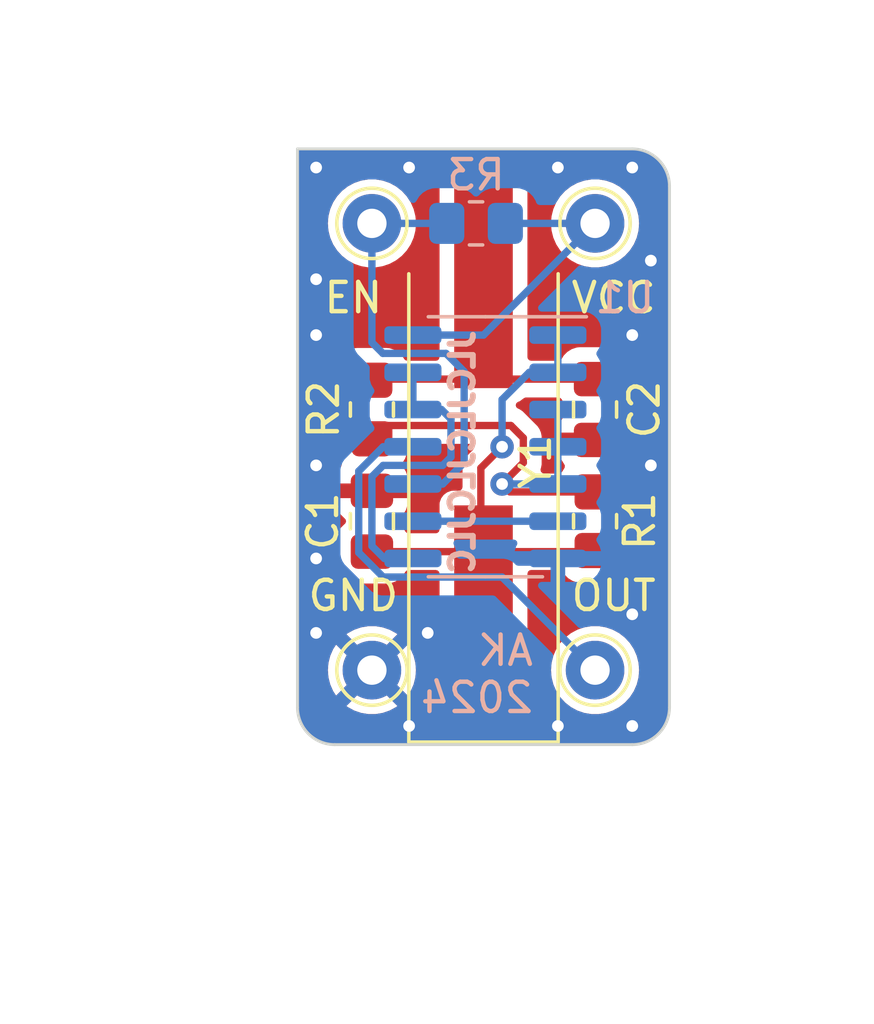
<source format=kicad_pcb>
(kicad_pcb (version 20240108) (generator "pcbnew") (generator_version "8.0")
  (layers (0 "F.Cu" signal) (31 "B.Cu" signal) (34 "B.Paste" user) (35 "F.Paste" user) (36 "B.SilkS" user "B.Silkscreen") (37 "F.SilkS" user "F.Silkscreen") (38 "B.Mask" user) (39 "F.Mask" user) (44 "Edge.Cuts" user))
  (net 0 "")
  (net 1 "Net-(C1-Pad1)")
  (net 2 "GND")
  (net 3 "Net-(C2-Pad1)")
  (net 4 "Net-(EN1-Pad1)")
  (net 5 "Net-(OUT1-Pad1)")
  (net 6 "Net-(R1-Pad2)")
  (net 7 "Net-(U1-Pad6)")
  (net 8 "Net-(U1-Pad12)")
  (net 9 "VCC")
  (footprint "Crystal:Crystal_SMD_HC49-SD_HandSoldering" (layer "F.Cu") (at 158.75 73.66 90)
    (property "Reference" "Y1" (at -0.508 1.778 -90) (layer "F.SilkS"))
    (property "Value" "Crystal")
    (fp_line (start 5.9 -2.55) (end -10.075 -2.55) (stroke (width 0.12)) (layer "F.SilkS"))
    (fp_line (start -10.075 -2.55) (end -10.075 2.55) (stroke (width 0.12)) (layer "F.SilkS"))
    (fp_line (start -10.075 2.55) (end 5.9 2.55) (stroke (width 0.12)) (layer "F.SilkS"))
    (pad "1" smd rect (at -5.9375 0 90) (size 7.875 2) (layers "F.Cu" "F.Paste" "F.Mask") (net 1 "Net-(C1-Pad1)"))
    (pad "2" smd rect (at 5.9375 0 90) (size 7.875 2) (layers "F.Cu" "F.Paste" "F.Mask") (net 3 "Net-(C2-Pad1)"))
  )
  (footprint "Capacitor_SMD:C_0805_2012Metric_Pad1.18x1.45mm_HandSolder" (layer "F.Cu") (at 162.56 72.39 -90)
    (property "Reference" "C2" (at 0 -1.68 90) (layer "F.SilkS"))
    (property "Value" "22p")
    (fp_line (start -0.261252 0.735) (end 0.261252 0.735) (stroke (width 0.12)) (layer "F.SilkS"))
    (fp_line (start -0.261252 -0.735) (end 0.261252 -0.735) (stroke (width 0.12)) (layer "F.SilkS"))
    (pad "1" smd roundrect (at -1.0375 0 270) (size 1.175 1.45) (layers "F.Cu" "F.Paste" "F.Mask") (roundrect_rratio 0.2127659574) (net 3 "Net-(C2-Pad1)"))
    (pad "2" smd roundrect (at 1.0375 0 270) (size 1.175 1.45) (layers "F.Cu" "F.Paste" "F.Mask") (roundrect_rratio 0.2127659574) (net 2 "GND"))
  )
  (footprint "TestPoint:TestPoint_THTPad_D2.0mm_Drill1.0mm" (layer "F.Cu") (at 154.94 66.04)
    (property "Reference" "EN" (at -0.635 2.54 0) (layer "F.SilkS"))
    (property "Value" "~")
    (fp_circle (center 0 0) (end 0 1.2) (stroke (width 0.12)) (fill none) (layer "F.SilkS"))
    (pad "1" thru_hole circle (at 0 0) (size 2 2) (drill 1) (layers "*.Cu" "*.Mask") (net 4 "Net-(EN1-Pad1)"))
  )
  (footprint "Capacitor_SMD:C_0805_2012Metric_Pad1.18x1.45mm_HandSolder" (layer "F.Cu") (at 154.94 76.2 90)
    (property "Reference" "C1" (at 0 -1.68 90) (layer "F.SilkS"))
    (property "Value" "22p")
    (fp_line (start -0.261252 -0.735) (end 0.261252 -0.735) (stroke (width 0.12)) (layer "F.SilkS"))
    (fp_line (start -0.261252 0.735) (end 0.261252 0.735) (stroke (width 0.12)) (layer "F.SilkS"))
    (pad "1" smd roundrect (at -1.0375 0 90) (size 1.175 1.45) (layers "F.Cu" "F.Paste" "F.Mask") (roundrect_rratio 0.2127659574) (net 1 "Net-(C1-Pad1)"))
    (pad "2" smd roundrect (at 1.0375 0 90) (size 1.175 1.45) (layers "F.Cu" "F.Paste" "F.Mask") (roundrect_rratio 0.2127659574) (net 2 "GND"))
  )
  (footprint "Resistor_SMD:R_0805_2012Metric_Pad1.20x1.40mm_HandSolder" (layer "F.Cu") (at 162.56 76.2 90)
    (property "Reference" "R1" (at 0 1.524 90) (layer "F.SilkS"))
    (property "Value" "1M")
    (fp_line (start -0.227064 -0.735) (end 0.227064 -0.735) (stroke (width 0.12)) (layer "F.SilkS"))
    (fp_line (start -0.227064 0.735) (end 0.227064 0.735) (stroke (width 0.12)) (layer "F.SilkS"))
    (pad "1" smd roundrect (at -1 0 90) (size 1.2 1.4) (layers "F.Cu" "F.Paste" "F.Mask") (roundrect_rratio 0.2083333333) (net 1 "Net-(C1-Pad1)"))
    (pad "2" smd roundrect (at 1 0 90) (size 1.2 1.4) (layers "F.Cu" "F.Paste" "F.Mask") (roundrect_rratio 0.2083333333) (net 6 "Net-(R1-Pad2)"))
  )
  (footprint "Resistor_SMD:R_0805_2012Metric_Pad1.20x1.40mm_HandSolder" (layer "F.Cu") (at 154.94 72.39 90)
    (property "Reference" "R2" (at 0 -1.65 90) (layer "F.SilkS"))
    (property "Value" "100K")
    (fp_line (start -0.227064 -0.735) (end 0.227064 -0.735) (stroke (width 0.12)) (layer "F.SilkS"))
    (fp_line (start -0.227064 0.735) (end 0.227064 0.735) (stroke (width 0.12)) (layer "F.SilkS"))
    (pad "1" smd roundrect (at -1 0 90) (size 1.2 1.4) (layers "F.Cu" "F.Paste" "F.Mask") (roundrect_rratio 0.2083333333) (net 6 "Net-(R1-Pad2)"))
    (pad "2" smd roundrect (at 1 0 90) (size 1.2 1.4) (layers "F.Cu" "F.Paste" "F.Mask") (roundrect_rratio 0.2083333333) (net 3 "Net-(C2-Pad1)"))
  )
  (footprint "TestPoint:TestPoint_THTPad_D2.0mm_Drill1.0mm" (layer "F.Cu") (at 162.56 66.04)
    (property "Reference" "VCC" (at 0.635 2.54 0) (layer "F.SilkS"))
    (property "Value" "~")
    (fp_circle (center 0 0) (end 0 1.2) (stroke (width 0.12)) (fill none) (layer "F.SilkS"))
    (pad "1" thru_hole circle (at 0 0) (size 2 2) (drill 1) (layers "*.Cu" "*.Mask") (net 9 "VCC"))
  )
  (footprint "TestPoint:TestPoint_THTPad_D2.0mm_Drill1.0mm" (layer "F.Cu") (at 162.56 81.28)
    (property "Reference" "OUT" (at 0.635 -2.54 0) (layer "F.SilkS"))
    (property "Value" "~")
    (fp_circle (center 0 0) (end 0 1.2) (stroke (width 0.12)) (fill none) (layer "F.SilkS"))
    (pad "1" thru_hole circle (at 0 0) (size 2 2) (drill 1) (layers "*.Cu" "*.Mask") (net 5 "Net-(OUT1-Pad1)"))
  )
  (footprint "TestPoint:TestPoint_THTPad_D2.0mm_Drill1.0mm" (layer "F.Cu") (at 154.94 81.28)
    (property "Reference" "GND" (at -0.635 -2.54 0) (layer "F.SilkS"))
    (property "Value" "~")
    (fp_circle (center 0 0) (end 0 1.2) (stroke (width 0.12)) (fill none) (layer "F.SilkS"))
    (pad "1" thru_hole circle (at 0 0) (size 2 2) (drill 1) (layers "*.Cu" "*.Mask") (net 2 "GND"))
  )
  (footprint "Package_SO:SO-14_3.9x8.65mm_P1.27mm" (layer "B.Cu") (at 158.815 73.66 180)
    (property "Reference" "U1" (at -4.761 5.08 0) (layer "B.SilkS") (effects (justify mirror)))
    (property "Value" "74HC00")
    (fp_line (start 0 4.435) (end 1.95 4.435) (stroke (width 0.12)) (layer "B.SilkS"))
    (fp_line (start 0 4.435) (end -3.45 4.435) (stroke (width 0.12)) (layer "B.SilkS"))
    (fp_line (start 0 -4.435) (end 1.95 -4.435) (stroke (width 0.12)) (layer "B.SilkS"))
    (fp_line (start 0 -4.435) (end -1.95 -4.435) (stroke (width 0.12)) (layer "B.SilkS"))
    (pad "1" smd roundrect (at -2.475 3.81 180) (size 1.95 0.6) (layers "B.Cu" "B.Paste" "B.Mask") (net 1 "Net-(C1-Pad1)"))
    (pad "2" smd roundrect (at -2.475 2.54 180) (size 1.95 0.6) (layers "B.Cu" "B.Paste" "B.Mask") (net 1 "Net-(C1-Pad1)"))
    (pad "3" smd roundrect (at -2.475 1.27 180) (size 1.95 0.6) (layers "B.Cu" "B.Paste" "B.Mask") (net 6 "Net-(R1-Pad2)"))
    (pad "4" smd roundrect (at -2.475 0 180) (size 1.95 0.6) (layers "B.Cu" "B.Paste" "B.Mask") (net 6 "Net-(R1-Pad2)"))
    (pad "5" smd roundrect (at -2.475 -1.27 180) (size 1.95 0.6) (layers "B.Cu" "B.Paste" "B.Mask") (net 6 "Net-(R1-Pad2)"))
    (pad "6" smd roundrect (at -2.475 -2.54 180) (size 1.95 0.6) (layers "B.Cu" "B.Paste" "B.Mask") (net 7 "Net-(U1-Pad6)"))
    (pad "7" smd roundrect (at -2.475 -3.81 180) (size 1.95 0.6) (layers "B.Cu" "B.Paste" "B.Mask") (net 2 "GND"))
    (pad "8" smd roundrect (at 2.475 -3.81 180) (size 1.95 0.6) (layers "B.Cu" "B.Paste" "B.Mask") (net 8 "Net-(U1-Pad12)"))
    (pad "9" smd roundrect (at 2.475 -2.54 180) (size 1.95 0.6) (layers "B.Cu" "B.Paste" "B.Mask") (net 7 "Net-(U1-Pad6)"))
    (pad "10" smd roundrect (at 2.475 -1.27 180) (size 1.95 0.6) (layers "B.Cu" "B.Paste" "B.Mask") (net 4 "Net-(EN1-Pad1)"))
    (pad "11" smd roundrect (at 2.475 0 180) (size 1.95 0.6) (layers "B.Cu" "B.Paste" "B.Mask") (net 5 "Net-(OUT1-Pad1)"))
    (pad "12" smd roundrect (at 2.475 1.27 180) (size 1.95 0.6) (layers "B.Cu" "B.Paste" "B.Mask") (net 8 "Net-(U1-Pad12)"))
    (pad "13" smd roundrect (at 2.475 2.54 180) (size 1.95 0.6) (layers "B.Cu" "B.Paste" "B.Mask") (net 8 "Net-(U1-Pad12)"))
    (pad "14" smd roundrect (at 2.475 3.81 180) (size 1.95 0.6) (layers "B.Cu" "B.Paste" "B.Mask") (net 9 "VCC"))
  )
  (footprint "Resistor_SMD:R_0805_2012Metric_Pad1.20x1.40mm_HandSolder" (layer "B.Cu") (at 158.496 66.04 180)
    (property "Reference" "R3" (at 0 1.65 0) (layer "B.SilkS") (effects (justify mirror)))
    (property "Value" "100K")
    (fp_line (start -0.227064 0.735) (end 0.227064 0.735) (stroke (width 0.12)) (layer "B.SilkS"))
    (fp_line (start -0.227064 -0.735) (end 0.227064 -0.735) (stroke (width 0.12)) (layer "B.SilkS"))
    (pad "1" smd roundrect (at -1 0 180) (size 1.2 1.4) (layers "B.Cu" "B.Paste" "B.Mask") (roundrect_rratio 0.2083333333) (net 9 "VCC"))
    (pad "2" smd roundrect (at 1 0 180) (size 1.2 1.4) (layers "B.Cu" "B.Paste" "B.Mask") (roundrect_rratio 0.2083333333) (net 4 "Net-(EN1-Pad1)"))
  )
  (gr_line (start 152.4 63.5) (end 163.83 63.5) (stroke (width 0.1)) (layer "Edge.Cuts"))
  (gr_arc (start 153.67 83.82) (mid 152.771974 83.448026) (end 152.4 82.55) (stroke (width 0.1)) (layer "Edge.Cuts"))
  (gr_arc (start 163.83 63.5) (mid 164.728026 63.871974) (end 165.1 64.77) (stroke (width 0.1)) (layer "Edge.Cuts"))
  (gr_line (start 165.1 64.77) (end 165.1 82.55) (stroke (width 0.1)) (layer "Edge.Cuts"))
  (gr_line (start 152.4 82.55) (end 152.4 63.5) (stroke (width 0.1)) (layer "Edge.Cuts"))
  (gr_line (start 163.83 83.82) (end 153.67 83.82) (stroke (width 0.1)) (layer "Edge.Cuts"))
  (gr_arc (start 165.1 82.55) (mid 164.728026 83.448026) (end 163.83 83.82) (stroke (width 0.1)) (layer "Edge.Cuts"))
  (gr_text "JLCJLCJLCJLC" (at 158.496 69.596 90) (layer "B.SilkS") (effects (font (size 0.8 0.8) (thickness 0.2) (bold yes)) (justify left bottom mirror)))
  (gr_text "AK\n2024" (at 160.528 82.804 0) (layer "B.SilkS") (effects (font (size 1 1)) (justify left bottom mirror)))
  (segment (start 154.94 77.2375) (end 158.75 77.2375) (width 0.25) (layer "F.Cu") (net 1))
  (segment (start 158.66 74.385) (end 159.385 73.66) (width 0.25) (layer "F.Cu") (net 1))
  (segment (start 162.5225 77.2375) (end 162.56 77.2) (width 0.25) (layer "F.Cu") (net 1))
  (segment (start 158.66 79.5075) (end 158.66 74.385) (width 0.25) (layer "F.Cu") (net 1))
  (segment (start 158.75 79.5975) (end 158.66 79.5075) (width 0.25) (layer "F.Cu") (net 1))
  (segment (start 158.75 79.5975) (end 158.75 77.2375) (width 0.25) (layer "F.Cu") (net 1))
  (segment (start 158.75 77.2375) (end 162.5225 77.2375) (width 0.25) (layer "F.Cu") (net 1))
  (via (at 159.385 73.66) (size 0.8) (drill 0.4) (layers "F.Cu" "B.Cu") (net 1))
  (segment (start 160.315001 71.12) (end 159.385 72.050001) (width 0.25) (layer "B.Cu") (net 1))
  (segment (start 159.385 73.66) (end 159.385 72.050001) (width 0.25) (layer "B.Cu") (net 1))
  (segment (start 161.29 69.85) (end 161.29 71.12) (width 0.25) (layer "B.Cu") (net 1))
  (segment (start 161.29 71.12) (end 160.315001 71.12) (width 0.25) (layer "B.Cu") (net 1))
  (via (at 164.465 74.295) (size 0.8) (drill 0.4) (layers "F.Cu" "B.Cu") (net 2))
  (via (at 153.035 77.47) (size 0.8) (drill 0.4) (layers "F.Cu" "B.Cu") (net 2))
  (via (at 161.29 64.135) (size 0.8) (drill 0.4) (layers "F.Cu" "B.Cu") (net 2))
  (via (at 153.035 67.945) (size 0.8) (drill 0.4) (layers "F.Cu" "B.Cu") (net 2))
  (via (at 153.035 74.295) (size 0.8) (drill 0.4) (layers "F.Cu" "B.Cu") (net 2))
  (via (at 153.035 64.135) (size 0.8) (drill 0.4) (layers "F.Cu" "B.Cu") (net 2))
  (via (at 156.21 83.185) (size 0.8) (drill 0.4) (layers "F.Cu" "B.Cu") (net 2))
  (via (at 163.83 83.185) (size 0.8) (drill 0.4) (layers "F.Cu" "B.Cu") (net 2))
  (via (at 163.83 64.135) (size 0.8) (drill 0.4) (layers "F.Cu" "B.Cu") (net 2))
  (via (at 164.465 67.31) (size 0.8) (drill 0.4) (layers "F.Cu" "B.Cu") (net 2))
  (via (at 153.035 80.01) (size 0.8) (drill 0.4) (layers "F.Cu" "B.Cu") (net 2))
  (via (at 163.83 69.85) (size 0.8) (drill 0.4) (layers "F.Cu" "B.Cu") (net 2))
  (via (at 163.83 79.375) (size 0.8) (drill 0.4) (layers "F.Cu" "B.Cu") (net 2))
  (via (at 161.29 83.185) (size 0.8) (drill 0.4) (layers "F.Cu" "B.Cu") (net 2))
  (via (at 156.845 80.01) (size 0.8) (drill 0.4) (layers "F.Cu" "B.Cu") (net 2))
  (via (at 153.035 69.85) (size 0.8) (drill 0.4) (layers "F.Cu" "B.Cu") (net 2))
  (via (at 156.21 64.135) (size 0.8) (drill 0.4) (layers "F.Cu" "B.Cu") (net 2))
  (segment (start 162.56 71.3525) (end 158.75 71.3525) (width 0.25) (layer "F.Cu") (net 3))
  (segment (start 154.9775 71.3525) (end 154.94 71.39) (width 0.25) (layer "F.Cu") (net 3))
  (segment (start 158.75 71.3525) (end 154.9775 71.3525) (width 0.25) (layer "F.Cu") (net 3))
  (segment (start 158.75 67.7225) (end 158.75 71.3525) (width 0.25) (layer "F.Cu") (net 3))
  (segment (start 158.09 71.095) (end 157.47 70.475) (width 0.25) (layer "B.Cu") (net 4))
  (segment (start 155.314092 70.475) (end 154.94 70.100908) (width 0.25) (layer "B.Cu") (net 4))
  (segment (start 156.34 74.93) (end 157.357304 74.93) (width 0.25) (layer "B.Cu") (net 4))
  (segment (start 157.357304 74.93) (end 158.09 74.197304) (width 0.25) (layer "B.Cu") (net 4))
  (segment (start 157.496 66.04) (end 154.94 66.04) (width 0.25) (layer "B.Cu") (net 4))
  (segment (start 154.94 70.100908) (end 154.94 66.04) (width 0.25) (layer "B.Cu") (net 4))
  (segment (start 157.47 70.475) (end 155.314092 70.475) (width 0.25) (layer "B.Cu") (net 4))
  (segment (start 158.09 74.197304) (end 158.09 71.095) (width 0.25) (layer "B.Cu") (net 4))
  (segment (start 159.385 78.105) (end 162.56 81.28) (width 0.25) (layer "B.Cu") (net 5))
  (segment (start 156.34 73.66) (end 155.322696 73.66) (width 0.25) (layer "B.Cu") (net 5))
  (segment (start 154.49 74.492696) (end 154.49 77.270908) (width 0.25) (layer "B.Cu") (net 5))
  (segment (start 154.49 77.270908) (end 155.324092 78.105) (width 0.25) (layer "B.Cu") (net 5))
  (segment (start 155.322696 73.66) (end 154.49 74.492696) (width 0.25) (layer "B.Cu") (net 5))
  (segment (start 155.324092 78.105) (end 159.385 78.105) (width 0.25) (layer "B.Cu") (net 5))
  (segment (start 159.685305 72.935) (end 160.11 73.359695) (width 0.25) (layer "F.Cu") (net 6))
  (segment (start 154.94 73.39) (end 155.395 72.935) (width 0.25) (layer "F.Cu") (net 6))
  (segment (start 159.655 75.2) (end 159.385 74.93) (width 0.25) (layer "F.Cu") (net 6))
  (segment (start 155.395 72.935) (end 159.685305 72.935) (width 0.25) (layer "F.Cu") (net 6))
  (segment (start 162.56 75.2) (end 159.655 75.2) (width 0.25) (layer "F.Cu") (net 6))
  (segment (start 160.11 73.359695) (end 160.11 74.205) (width 0.25) (layer "F.Cu") (net 6))
  (segment (start 160.11 74.205) (end 159.385 74.93) (width 0.25) (layer "F.Cu") (net 6))
  (via (at 159.385 74.93) (size 0.8) (drill 0.4) (layers "F.Cu" "B.Cu") (net 6))
  (segment (start 161.29 73.66) (end 161.29 74.93) (width 0.25) (layer "B.Cu") (net 6))
  (segment (start 161.29 74.93) (end 159.385 74.93) (width 0.25) (layer "B.Cu") (net 6))
  (segment (start 161.29 72.39) (end 161.29 73.66) (width 0.25) (layer "B.Cu") (net 6))
  (segment (start 161.29 76.2) (end 156.34 76.2) (width 0.25) (layer "B.Cu") (net 7))
  (segment (start 156.34 77.47) (end 155.365001 77.47) (width 0.25) (layer "B.Cu") (net 8))
  (segment (start 156.34 71.12) (end 156.34 72.39) (width 0.25) (layer "B.Cu") (net 8))
  (segment (start 154.94 77.044999) (end 154.94 74.679092) (width 0.25) (layer "B.Cu") (net 8))
  (segment (start 157.355908 74.295) (end 157.64 74.010908) (width 0.25) (layer "B.Cu") (net 8))
  (segment (start 155.365001 77.47) (end 154.94 77.044999) (width 0.25) (layer "B.Cu") (net 8))
  (segment (start 155.324092 74.295) (end 157.355908 74.295) (width 0.25) (layer "B.Cu") (net 8))
  (segment (start 157.314999 72.39) (end 156.34 72.39) (width 0.25) (layer "B.Cu") (net 8))
  (segment (start 154.94 74.679092) (end 155.324092 74.295) (width 0.25) (layer "B.Cu") (net 8))
  (segment (start 157.64 74.010908) (end 157.64 72.715001) (width 0.25) (layer "B.Cu") (net 8))
  (segment (start 157.64 72.715001) (end 157.314999 72.39) (width 0.25) (layer "B.Cu") (net 8))
  (segment (start 159.496 66.04) (end 162.56 66.04) (width 0.25) (layer "B.Cu") (net 9))
  (segment (start 158.75 69.85) (end 162.56 66.04) (width 0.25) (layer "B.Cu") (net 9))
  (segment (start 156.34 69.85) (end 158.75 69.85) (width 0.25) (layer "B.Cu") (net 9))
  (zone (net 2) (net_name "GND") (layers "F&B.Cu") (connect_pads (clearance 0.5)) (min_thickness 0.25) (fill yes (thermal_gap 0.5) (thermal_bridge_width 0.5))
    (polygon (pts (xy 143.51 58.42) (xy 142.24 90.805) (xy 172.085 93.345) (xy 170.815 58.42)))
  )
)
</source>
